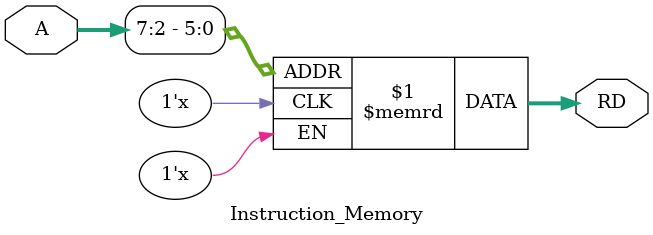
<source format=v>
module Instruction_Memory (
    input [31:0] A,
    output [31:0] RD
);

    reg [31:0] instr_mem [63:0];

    /*initial begin
        $readmemh("risc.hex", instr_mem);
    end*/

    assign RD = instr_mem[A[7:2]];
    
endmodule
</source>
